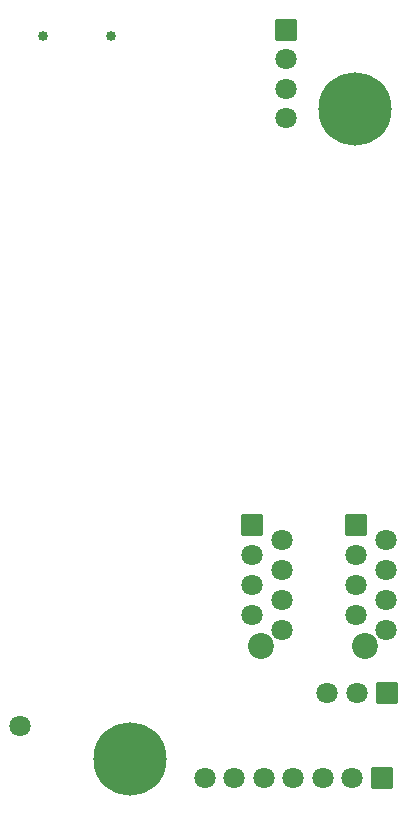
<source format=gbr>
G04 #@! TF.GenerationSoftware,KiCad,Pcbnew,(5.99.0-10229-ge8e7d13299)*
G04 #@! TF.CreationDate,2021-06-15T20:07:50+02:00*
G04 #@! TF.ProjectId,openair2,6f70656e-6169-4723-922e-6b696361645f,rev?*
G04 #@! TF.SameCoordinates,PX3473bc0PY1312d00*
G04 #@! TF.FileFunction,Soldermask,Bot*
G04 #@! TF.FilePolarity,Negative*
%FSLAX46Y46*%
G04 Gerber Fmt 4.6, Leading zero omitted, Abs format (unit mm)*
G04 Created by KiCad (PCBNEW (5.99.0-10229-ge8e7d13299)) date 2021-06-15 20:07:50*
%MOMM*%
%LPD*%
G01*
G04 APERTURE LIST*
G04 Aperture macros list*
%AMRoundRect*
0 Rectangle with rounded corners*
0 $1 Rounding radius*
0 $2 $3 $4 $5 $6 $7 $8 $9 X,Y pos of 4 corners*
0 Add a 4 corners polygon primitive as box body*
4,1,4,$2,$3,$4,$5,$6,$7,$8,$9,$2,$3,0*
0 Add four circle primitives for the rounded corners*
1,1,$1+$1,$2,$3*
1,1,$1+$1,$4,$5*
1,1,$1+$1,$6,$7*
1,1,$1+$1,$8,$9*
0 Add four rect primitives between the rounded corners*
20,1,$1+$1,$2,$3,$4,$5,0*
20,1,$1+$1,$4,$5,$6,$7,0*
20,1,$1+$1,$6,$7,$8,$9,0*
20,1,$1+$1,$8,$9,$2,$3,0*%
G04 Aperture macros list end*
%ADD10C,6.200000*%
%ADD11C,2.200000*%
%ADD12RoundRect,0.100000X-0.800000X0.800000X-0.800000X-0.800000X0.800000X-0.800000X0.800000X0.800000X0*%
%ADD13C,1.800000*%
%ADD14RoundRect,0.100000X0.800000X0.800000X-0.800000X0.800000X-0.800000X-0.800000X0.800000X-0.800000X0*%
%ADD15C,0.850000*%
G04 APERTURE END LIST*
D10*
X11000000Y-66000000D03*
X30000000Y-11000000D03*
D11*
X22070000Y-56445000D03*
D12*
X21330000Y-46155000D03*
D13*
X23870000Y-47425000D03*
X21330000Y-48695000D03*
X23870000Y-49965000D03*
X21330000Y-51235000D03*
X23870000Y-52505000D03*
X21330000Y-53775000D03*
X23870000Y-55045000D03*
D11*
X30870000Y-56445000D03*
D12*
X30130000Y-46155000D03*
D13*
X32670000Y-47425000D03*
X30130000Y-48695000D03*
X32670000Y-49965000D03*
X30130000Y-51235000D03*
X32670000Y-52505000D03*
X30130000Y-53775000D03*
X32670000Y-55045000D03*
D14*
X32740000Y-60400000D03*
D13*
X30200000Y-60400000D03*
X27660000Y-60400000D03*
X1700000Y-63200000D03*
D14*
X32300000Y-67600000D03*
D13*
X29800000Y-67600000D03*
X27300000Y-67600000D03*
X24800000Y-67600000D03*
X22300000Y-67600000D03*
X19800000Y-67600000D03*
X17300000Y-67600000D03*
D12*
X24200000Y-4250000D03*
D13*
X24200000Y-6750000D03*
X24200000Y-9250000D03*
X24200000Y-11750000D03*
D15*
X9390000Y-4800000D03*
X3610000Y-4800000D03*
M02*

</source>
